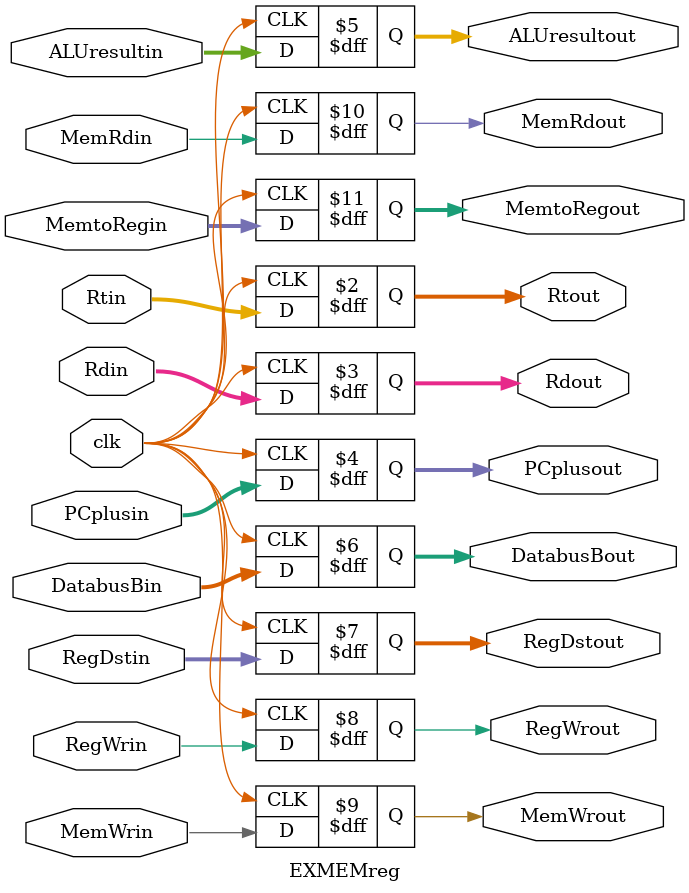
<source format=v>
module EXMEMreg(clk,Rtin,Rdin,PCplusin,ALUresultin,DatabusBin,RegDstin,RegWrin,MemWrin,MemRdin,MemtoRegin,
Rtout,Rdout,PCplusout,ALUresultout,DatabusBout,RegDstout,RegWrout,MemWrout,MemRdout,MemtoRegout);
input clk;
input [4:0] Rtin;
input [4:0] Rdin;
input [31:0] PCplusin;
input [31:0] ALUresultin;
input [31:0] DatabusBin;
input [1:0] RegDstin;
input RegWrin;
input MemWrin;
input MemRdin;
input [1:0] MemtoRegin;
output [4:0] Rtout;
reg [4:0] Rtout;
output [4:0] Rdout;
reg [4:0] Rdout;
output [31:0] PCplusout;
reg [31:0] PCplusout;
output [31:0] ALUresultout;
reg [31:0] ALUresultout;
output [31:0] DatabusBout;
reg [31:0] DatabusBout;
output [1:0] RegDstout;
reg [1:0] RegDstout;
output RegWrout;
reg RegWrout;
output MemWrout;
reg MemWrout;
output MemRdout;
reg MemRdout;
output [1:0] MemtoRegout;
reg [1:0] MemtoRegout;
always @(posedge clk)
begin
  Rtout <= Rtin;
  Rdout <= Rdin;
  PCplusout <= PCplusin;
  ALUresultout <= ALUresultin;
  DatabusBout <= DatabusBin;
  RegDstout <= RegDstin;
  RegWrout <= RegWrin;
  MemWrout <= MemWrin;
  MemRdout <= MemRdin;
  MemtoRegout <= MemtoRegin;
end
endmodule
</source>
